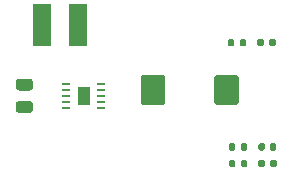
<source format=gbr>
%TF.GenerationSoftware,KiCad,Pcbnew,(5.1.9)-1*%
%TF.CreationDate,2021-12-07T16:03:42+01:00*%
%TF.ProjectId,max8815_00,6d617838-3831-4355-9f30-302e6b696361,rev?*%
%TF.SameCoordinates,Original*%
%TF.FileFunction,Paste,Top*%
%TF.FilePolarity,Positive*%
%FSLAX46Y46*%
G04 Gerber Fmt 4.6, Leading zero omitted, Abs format (unit mm)*
G04 Created by KiCad (PCBNEW (5.1.9)-1) date 2021-12-07 16:03:42*
%MOMM*%
%LPD*%
G01*
G04 APERTURE LIST*
%ADD10C,0.010000*%
%ADD11R,1.500000X3.600000*%
%ADD12R,0.760000X0.270000*%
G04 APERTURE END LIST*
D10*
%TO.C,U1*%
G36*
X122526000Y-105773000D02*
G01*
X123474000Y-105773000D01*
X123474000Y-107227000D01*
X122526000Y-107227000D01*
X122526000Y-105773000D01*
G37*
X122526000Y-105773000D02*
X123474000Y-105773000D01*
X123474000Y-107227000D01*
X122526000Y-107227000D01*
X122526000Y-105773000D01*
%TD*%
%TO.C,R4*%
G36*
G01*
X136345900Y-112427600D02*
X136345900Y-112057600D01*
G75*
G02*
X136480900Y-111922600I135000J0D01*
G01*
X136750900Y-111922600D01*
G75*
G02*
X136885900Y-112057600I0J-135000D01*
G01*
X136885900Y-112427600D01*
G75*
G02*
X136750900Y-112562600I-135000J0D01*
G01*
X136480900Y-112562600D01*
G75*
G02*
X136345900Y-112427600I0J135000D01*
G01*
G37*
G36*
G01*
X135325900Y-112427600D02*
X135325900Y-112057600D01*
G75*
G02*
X135460900Y-111922600I135000J0D01*
G01*
X135730900Y-111922600D01*
G75*
G02*
X135865900Y-112057600I0J-135000D01*
G01*
X135865900Y-112427600D01*
G75*
G02*
X135730900Y-112562600I-135000J0D01*
G01*
X135460900Y-112562600D01*
G75*
G02*
X135325900Y-112427600I0J135000D01*
G01*
G37*
%TD*%
%TO.C,D1*%
G36*
G01*
X138405100Y-112057400D02*
X138405100Y-112402400D01*
G75*
G02*
X138257600Y-112549900I-147500J0D01*
G01*
X137962600Y-112549900D01*
G75*
G02*
X137815100Y-112402400I0J147500D01*
G01*
X137815100Y-112057400D01*
G75*
G02*
X137962600Y-111909900I147500J0D01*
G01*
X138257600Y-111909900D01*
G75*
G02*
X138405100Y-112057400I0J-147500D01*
G01*
G37*
G36*
G01*
X139375100Y-112057400D02*
X139375100Y-112402400D01*
G75*
G02*
X139227600Y-112549900I-147500J0D01*
G01*
X138932600Y-112549900D01*
G75*
G02*
X138785100Y-112402400I0J147500D01*
G01*
X138785100Y-112057400D01*
G75*
G02*
X138932600Y-111909900I147500J0D01*
G01*
X139227600Y-111909900D01*
G75*
G02*
X139375100Y-112057400I0J-147500D01*
G01*
G37*
%TD*%
D11*
%TO.C,L1*%
X119475000Y-100500000D03*
X122525000Y-100500000D03*
%TD*%
%TO.C,R1*%
G36*
G01*
X136240000Y-102185000D02*
X136240000Y-101815000D01*
G75*
G02*
X136375000Y-101680000I135000J0D01*
G01*
X136645000Y-101680000D01*
G75*
G02*
X136780000Y-101815000I0J-135000D01*
G01*
X136780000Y-102185000D01*
G75*
G02*
X136645000Y-102320000I-135000J0D01*
G01*
X136375000Y-102320000D01*
G75*
G02*
X136240000Y-102185000I0J135000D01*
G01*
G37*
G36*
G01*
X135220000Y-102185000D02*
X135220000Y-101815000D01*
G75*
G02*
X135355000Y-101680000I135000J0D01*
G01*
X135625000Y-101680000D01*
G75*
G02*
X135760000Y-101815000I0J-135000D01*
G01*
X135760000Y-102185000D01*
G75*
G02*
X135625000Y-102320000I-135000J0D01*
G01*
X135355000Y-102320000D01*
G75*
G02*
X135220000Y-102185000I0J135000D01*
G01*
G37*
%TD*%
%TO.C,C3*%
G36*
G01*
X138776200Y-110988900D02*
X138776200Y-110648900D01*
G75*
G02*
X138916200Y-110508900I140000J0D01*
G01*
X139196200Y-110508900D01*
G75*
G02*
X139336200Y-110648900I0J-140000D01*
G01*
X139336200Y-110988900D01*
G75*
G02*
X139196200Y-111128900I-140000J0D01*
G01*
X138916200Y-111128900D01*
G75*
G02*
X138776200Y-110988900I0J140000D01*
G01*
G37*
G36*
G01*
X137816200Y-110988900D02*
X137816200Y-110648900D01*
G75*
G02*
X137956200Y-110508900I140000J0D01*
G01*
X138236200Y-110508900D01*
G75*
G02*
X138376200Y-110648900I0J-140000D01*
G01*
X138376200Y-110988900D01*
G75*
G02*
X138236200Y-111128900I-140000J0D01*
G01*
X137956200Y-111128900D01*
G75*
G02*
X137816200Y-110988900I0J140000D01*
G01*
G37*
%TD*%
%TO.C,C2*%
G36*
G01*
X129925000Y-104975000D02*
X129925000Y-107025000D01*
G75*
G02*
X129675000Y-107275000I-250000J0D01*
G01*
X128100000Y-107275000D01*
G75*
G02*
X127850000Y-107025000I0J250000D01*
G01*
X127850000Y-104975000D01*
G75*
G02*
X128100000Y-104725000I250000J0D01*
G01*
X129675000Y-104725000D01*
G75*
G02*
X129925000Y-104975000I0J-250000D01*
G01*
G37*
G36*
G01*
X136150000Y-104975000D02*
X136150000Y-107025000D01*
G75*
G02*
X135900000Y-107275000I-250000J0D01*
G01*
X134325000Y-107275000D01*
G75*
G02*
X134075000Y-107025000I0J250000D01*
G01*
X134075000Y-104975000D01*
G75*
G02*
X134325000Y-104725000I250000J0D01*
G01*
X135900000Y-104725000D01*
G75*
G02*
X136150000Y-104975000I0J-250000D01*
G01*
G37*
%TD*%
%TO.C,C1*%
G36*
G01*
X117525000Y-106950000D02*
X118475000Y-106950000D01*
G75*
G02*
X118725000Y-107200000I0J-250000D01*
G01*
X118725000Y-107700000D01*
G75*
G02*
X118475000Y-107950000I-250000J0D01*
G01*
X117525000Y-107950000D01*
G75*
G02*
X117275000Y-107700000I0J250000D01*
G01*
X117275000Y-107200000D01*
G75*
G02*
X117525000Y-106950000I250000J0D01*
G01*
G37*
G36*
G01*
X117525000Y-105050000D02*
X118475000Y-105050000D01*
G75*
G02*
X118725000Y-105300000I0J-250000D01*
G01*
X118725000Y-105800000D01*
G75*
G02*
X118475000Y-106050000I-250000J0D01*
G01*
X117525000Y-106050000D01*
G75*
G02*
X117275000Y-105800000I0J250000D01*
G01*
X117275000Y-105300000D01*
G75*
G02*
X117525000Y-105050000I250000J0D01*
G01*
G37*
%TD*%
D12*
%TO.C,U1*%
X124485000Y-105500000D03*
X124485000Y-106000000D03*
X124485000Y-106500000D03*
X124485000Y-107000000D03*
X124485000Y-107500000D03*
X121515000Y-107500000D03*
X121515000Y-107000000D03*
X121515000Y-106500000D03*
X121515000Y-106000000D03*
X121515000Y-105500000D03*
%TD*%
%TO.C,R3*%
G36*
G01*
X135836200Y-110633900D02*
X135836200Y-111003900D01*
G75*
G02*
X135701200Y-111138900I-135000J0D01*
G01*
X135431200Y-111138900D01*
G75*
G02*
X135296200Y-111003900I0J135000D01*
G01*
X135296200Y-110633900D01*
G75*
G02*
X135431200Y-110498900I135000J0D01*
G01*
X135701200Y-110498900D01*
G75*
G02*
X135836200Y-110633900I0J-135000D01*
G01*
G37*
G36*
G01*
X136856200Y-110633900D02*
X136856200Y-111003900D01*
G75*
G02*
X136721200Y-111138900I-135000J0D01*
G01*
X136451200Y-111138900D01*
G75*
G02*
X136316200Y-111003900I0J135000D01*
G01*
X136316200Y-110633900D01*
G75*
G02*
X136451200Y-110498900I135000J0D01*
G01*
X136721200Y-110498900D01*
G75*
G02*
X136856200Y-110633900I0J-135000D01*
G01*
G37*
%TD*%
%TO.C,R2*%
G36*
G01*
X138740000Y-102185000D02*
X138740000Y-101815000D01*
G75*
G02*
X138875000Y-101680000I135000J0D01*
G01*
X139145000Y-101680000D01*
G75*
G02*
X139280000Y-101815000I0J-135000D01*
G01*
X139280000Y-102185000D01*
G75*
G02*
X139145000Y-102320000I-135000J0D01*
G01*
X138875000Y-102320000D01*
G75*
G02*
X138740000Y-102185000I0J135000D01*
G01*
G37*
G36*
G01*
X137720000Y-102185000D02*
X137720000Y-101815000D01*
G75*
G02*
X137855000Y-101680000I135000J0D01*
G01*
X138125000Y-101680000D01*
G75*
G02*
X138260000Y-101815000I0J-135000D01*
G01*
X138260000Y-102185000D01*
G75*
G02*
X138125000Y-102320000I-135000J0D01*
G01*
X137855000Y-102320000D01*
G75*
G02*
X137720000Y-102185000I0J135000D01*
G01*
G37*
%TD*%
M02*

</source>
